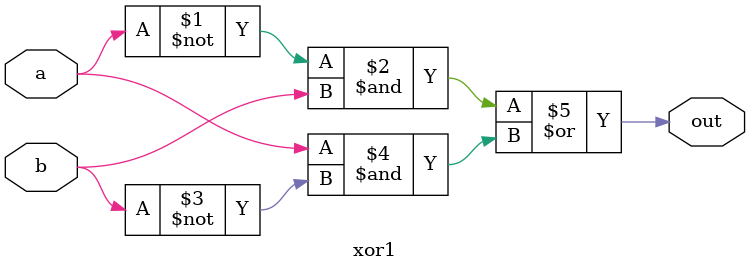
<source format=v>
module right_shift_register (
							input wire clk, rst,
  							input wire load,
  							input wire [3:0] d,
  							input wire shift_en,  // Shift enable
    						output reg [3:0] q    // Output register
							);
 wire xor_out;
  xor1 xt (.a(q[0]), .b(q[1]), .out(xor_out));
  always @ (posedge clk)
    begin
      if(rst)
        begin
          q <= 4'b0000;
        end
      else if (load)
        begin
          q <= d;
        end
      else if(shift_en)
        begin
          q <= {xor_out, q[3:1]};
        end
    end
endmodule

module xor1 (input wire a,b, output reg out);
  assign out = (~a&b) | (a&~b);
endmodule

</source>
